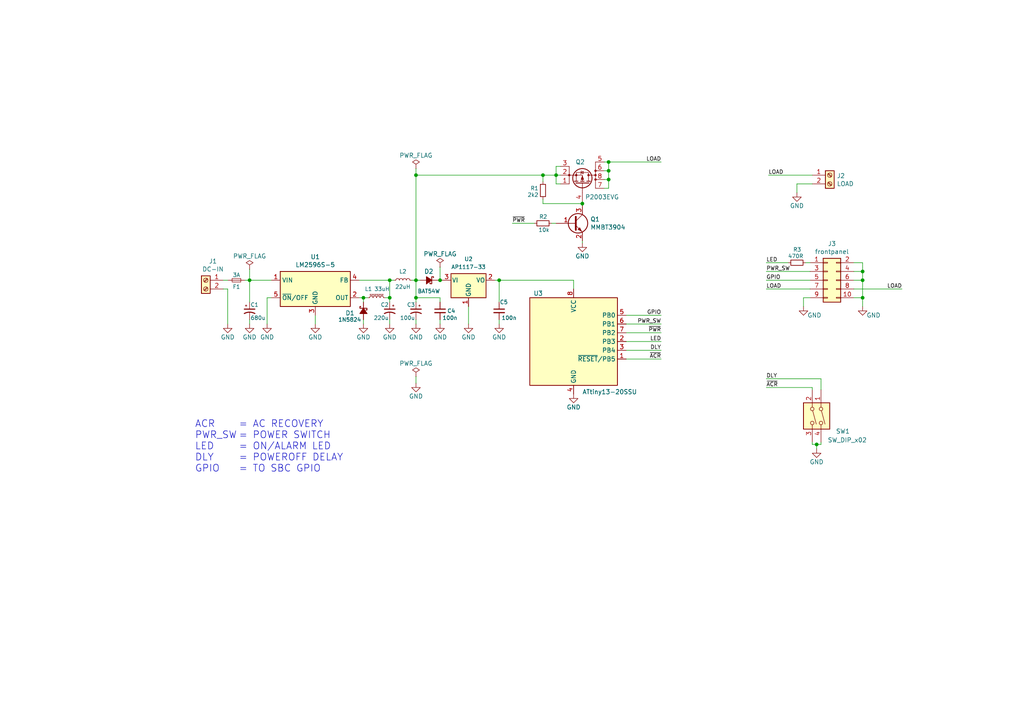
<source format=kicad_sch>
(kicad_sch (version 20211123) (generator eeschema)
  (paper "A4")
  (title_block (title "SMART-PSU") (date "2021-03-30") (rev "1.0") (company "Luc Hondareyte"))
  (lib_symbols
    (symbol "Connector:Screw_Terminal_01x02" (pin_names (offset 1.016) hide)
      (property "Reference" "J" (at 0 2.54 0))
      (property "Value" "Screw_Terminal_01x02" (at 0 -5.08 0))
      (symbol "Screw_Terminal_01x02_1_1"
        (rectangle (start -1.27 1.27) (end 1.27 -3.81) (stroke (width 0.254)) (fill (type background)))
        (circle (center 0 -2.54) (radius 0.635) (stroke (width 0.1524)))
        (polyline (pts (xy -0.5334 -2.2098) (xy 0.3302 -3.048)) (stroke (width 0.1524)))
        (polyline (pts (xy -0.5334 0.3302) (xy 0.3302 -0.508)) (stroke (width 0.1524)))
        (polyline (pts (xy -0.3556 -2.032) (xy 0.508 -2.8702)) (stroke (width 0.1524)))
        (polyline (pts (xy -0.3556 0.508) (xy 0.508 -0.3302)) (stroke (width 0.1524)))
        (circle (center 0 0) (radius 0.635) (stroke (width 0.1524)))
        (pin passive line (at -5.08 0 0) (length 3.81) (name "Pin_1") (number "1"))
        (pin passive line (at -5.08 -2.54 0) (length 3.81) (name "Pin_2") (number "2"))
      )
    )
    (symbol "Connector_Generic:Conn_02x05_Odd_Even" (pin_names (offset 1.016) hide)
      (property "Reference" "J" (at 1.27 7.62 0))
      (property "Value" "Conn_02x05_Odd_Even" (at 1.27 -7.62 0))
      (symbol "Conn_02x05_Odd_Even_1_1"
        (rectangle (start -1.27 -4.953) (end 0 -5.207) (stroke (width 0.1524)))
        (rectangle (start -1.27 -2.413) (end 0 -2.667) (stroke (width 0.1524)))
        (rectangle (start -1.27 0.127) (end 0 -0.127) (stroke (width 0.1524)))
        (rectangle (start -1.27 2.667) (end 0 2.413) (stroke (width 0.1524)))
        (rectangle (start -1.27 5.207) (end 0 4.953) (stroke (width 0.1524)))
        (rectangle (start -1.27 6.35) (end 3.81 -6.35) (stroke (width 0.254)) (fill (type background)))
        (rectangle (start 3.81 -4.953) (end 2.54 -5.207) (stroke (width 0.1524)))
        (rectangle (start 3.81 -2.413) (end 2.54 -2.667) (stroke (width 0.1524)))
        (rectangle (start 3.81 0.127) (end 2.54 -0.127) (stroke (width 0.1524)))
        (rectangle (start 3.81 2.667) (end 2.54 2.413) (stroke (width 0.1524)))
        (rectangle (start 3.81 5.207) (end 2.54 4.953) (stroke (width 0.1524)))
        (pin passive line (at -5.08 5.08 0) (length 3.81) (name "Pin_1") (number "1"))
        (pin passive line (at 7.62 -5.08 180) (length 3.81) (name "Pin_10") (number "10"))
        (pin passive line (at 7.62 5.08 180) (length 3.81) (name "Pin_2") (number "2"))
        (pin passive line (at -5.08 2.54 0) (length 3.81) (name "Pin_3") (number "3"))
        (pin passive line (at 7.62 2.54 180) (length 3.81) (name "Pin_4") (number "4"))
        (pin passive line (at -5.08 0 0) (length 3.81) (name "Pin_5") (number "5"))
        (pin passive line (at 7.62 0 180) (length 3.81) (name "Pin_6") (number "6"))
        (pin passive line (at -5.08 -2.54 0) (length 3.81) (name "Pin_7") (number "7"))
        (pin passive line (at 7.62 -2.54 180) (length 3.81) (name "Pin_8") (number "8"))
        (pin passive line (at -5.08 -5.08 0) (length 3.81) (name "Pin_9") (number "9"))
      )
    )
    (symbol "Device:C_Small" (pin_numbers hide) (pin_names (offset 0.254) hide)
      (property "Reference" "C" (at 0.254 1.778 0))
      (property "Value" "C_Small" (at 0.254 -2.032 0))
      (symbol "C_Small_0_1"
        (polyline (pts (xy -1.524 -0.508) (xy 1.524 -0.508)) (stroke (width 0.3302)))
        (polyline (pts (xy -1.524 0.508) (xy 1.524 0.508)) (stroke (width 0.3048)))
      )
      (symbol "C_Small_1_1"
        (pin passive line (at 0 2.54 270) (length 2.032) (name "~") (number "1"))
        (pin passive line (at 0 -2.54 90) (length 2.032) (name "~") (number "2"))
      )
    )
    (symbol "Device:Fuse_Small" (pin_numbers hide) (pin_names (offset 0.254) hide)
      (property "Reference" "F" (at 0 -1.524 0))
      (property "Value" "Fuse_Small" (at 0 1.524 0))
      (symbol "Fuse_Small_0_1"
        (rectangle (start -1.27 0.508) (end 1.27 -0.508))
        (polyline (pts (xy -1.27 0) (xy 1.27 0)))
      )
      (symbol "Fuse_Small_1_1"
        (pin passive line (at -2.54 0 0) (length 1.27) (name "~") (number "1"))
        (pin passive line (at 2.54 0 180) (length 1.27) (name "~") (number "2"))
      )
    )
    (symbol "Device:L_Small" (pin_numbers hide) (pin_names (offset 0.254) hide)
      (property "Reference" "L" (at 0.762 1.016 0))
      (property "Value" "L_Small" (at 0.762 -1.016 0))
      (symbol "L_Small_0_1"
        (arc (start 0 -2.032) (mid 0.508 -1.524) (end 0 -1.016))
        (arc (start 0 -1.016) (mid 0.508 -0.508) (end 0 0))
        (arc (start 0 0) (mid 0.508 0.508) (end 0 1.016))
        (arc (start 0 1.016) (mid 0.508 1.524) (end 0 2.032))
      )
      (symbol "L_Small_1_1"
        (pin passive line (at 0 2.54 270) (length 0.508) (name "~") (number "1"))
        (pin passive line (at 0 -2.54 90) (length 0.508) (name "~") (number "2"))
      )
    )
    (symbol "Device:R_Small" (pin_numbers hide) (pin_names (offset 0.254) hide)
      (property "Reference" "R" (at 0.762 0.508 0))
      (property "Value" "R_Small" (at 0.762 -1.016 0))
      (symbol "R_Small_0_1"
        (rectangle (start -0.762 1.778) (end 0.762 -1.778) (stroke (width 0.2032)))
      )
      (symbol "R_Small_1_1"
        (pin passive line (at 0 2.54 270) (length 0.762) (name "~") (number "1"))
        (pin passive line (at 0 -2.54 90) (length 0.762) (name "~") (number "2"))
      )
    )
    (symbol "Regulator_Linear:AP1117-33" (pin_names (offset 0.254))
      (property "Reference" "U" (at -3.81 3.175 0))
      (property "Value" "AP1117-33" (at 0 3.175 0))
      (symbol "AP1117-33_0_1"
        (rectangle (start -5.08 -5.08) (end 5.08 1.905) (stroke (width 0.254)) (fill (type background)))
      )
      (symbol "AP1117-33_1_1"
        (pin power_in line (at 0 -7.62 90) (length 2.54) (name "GND") (number "1"))
        (pin power_out line (at 7.62 0 180) (length 2.54) (name "VO") (number "2"))
        (pin power_in line (at -7.62 0 0) (length 2.54) (name "VI") (number "3"))
      )
    )
    (symbol "Regulator_Switching:LM2596S-5"
      (property "Reference" "U" (at -10.16 6.35 0))
      (property "Value" "LM2596S-5" (at 0 6.35 0))
      (symbol "LM2596S-5_0_1"
        (rectangle (start -10.16 5.08) (end 10.16 -5.08) (stroke (width 0.254)) (fill (type background)))
      )
      (symbol "LM2596S-5_1_1"
        (pin power_in line (at -12.7 2.54 0) (length 2.54) (name "VIN") (number "1"))
        (pin output line (at 12.7 -2.54 180) (length 2.54) (name "OUT") (number "2"))
        (pin power_in line (at 0 -7.62 90) (length 2.54) (name "GND") (number "3"))
        (pin input line (at 12.7 2.54 180) (length 2.54) (name "FB") (number "4"))
        (pin input line (at -12.7 -2.54 0) (length 2.54) (name "~{ON}/OFF") (number "5"))
      )
    )
    (symbol "Switch:SW_DIP_x02" (pin_names (offset 0) hide)
      (property "Reference" "SW" (at 0 6.35 0))
      (property "Value" "SW_DIP_x02" (at 0 -3.81 0))
      (symbol "SW_DIP_x02_0_0"
        (circle (center -2.032 0) (radius 0.508))
        (circle (center -2.032 2.54) (radius 0.508))
        (polyline (pts (xy -1.524 0.127) (xy 2.3622 1.1684)))
        (polyline (pts (xy -1.524 2.667) (xy 2.3622 3.7084)))
        (circle (center 2.032 0) (radius 0.508))
        (circle (center 2.032 2.54) (radius 0.508))
      )
      (symbol "SW_DIP_x02_0_1"
        (rectangle (start -3.81 5.08) (end 3.81 -2.54) (stroke (width 0.254)) (fill (type background)))
      )
      (symbol "SW_DIP_x02_1_1"
        (pin passive line (at -7.62 2.54 0) (length 5.08) (name "~") (number "1"))
        (pin passive line (at -7.62 0 0) (length 5.08) (name "~") (number "2"))
        (pin passive line (at 7.62 0 180) (length 5.08) (name "~") (number "3"))
        (pin passive line (at 7.62 2.54 180) (length 5.08) (name "~") (number "4"))
      )
    )
    (symbol "Transistor_BJT:MMBT3904" (pin_names (offset 0) hide)
      (property "Reference" "Q" (at 5.08 1.905 0))
      (property "Value" "MMBT3904" (at 5.08 0 0))
      (symbol "MMBT3904_0_1"
        (polyline (pts (xy 0.635 0.635) (xy 2.54 2.54)))
        (polyline (pts (xy 0.635 -0.635) (xy 2.54 -2.54) (xy 2.54 -2.54)))
        (polyline (pts (xy 0.635 1.905) (xy 0.635 -1.905) (xy 0.635 -1.905)) (stroke (width 0.508)))
        (polyline (pts (xy 1.27 -1.778) (xy 1.778 -1.27) (xy 2.286 -2.286) (xy 1.27 -1.778) (xy 1.27 -1.778)) (fill (type outline)))
        (circle (center 1.27 0) (radius 2.8194) (stroke (width 0.254)))
      )
      (symbol "MMBT3904_1_1"
        (pin input line (at -5.08 0 0) (length 5.715) (name "B") (number "1"))
        (pin passive line (at 2.54 -5.08 90) (length 2.54) (name "E") (number "2"))
        (pin passive line (at 2.54 5.08 270) (length 2.54) (name "C") (number "3"))
      )
    )
    (symbol "power:GND" (power) (pin_names (offset 0))
      (property "Value" "GND" (at 0 -3.81 0))
      (symbol "GND_0_1"
        (polyline (pts (xy 0 0) (xy 0 -1.27) (xy 1.27 -1.27) (xy 0 -2.54) (xy -1.27 -1.27) (xy 0 -1.27)))
      )
      (symbol "GND_1_1"
        (pin power_in line (at 0 0 270) (length 0) hide (name "GND") (number "1"))
      )
    )
    (symbol "power:PWR_FLAG" (power) (pin_numbers hide) (pin_names (offset 0) hide)
      (property "Value" "PWR_FLAG" (at 0 3.81 0))
      (symbol "PWR_FLAG_0_0"
        (pin power_out line (at 0 0 90) (length 0) (name "pwr") (number "1"))
      )
      (symbol "PWR_FLAG_0_1"
        (polyline (pts (xy 0 0) (xy 0 1.27) (xy -1.016 1.905) (xy 0 2.54) (xy 1.016 1.905) (xy 0 1.27)))
      )
    )
    (symbol "smart-psu-rescue:ATtiny13-20SSU-MCU_Microchip_ATtiny"
      (property "Reference" "U" (at -12.7 13.97 0))
      (property "Value" "ATtiny13-20SSU-MCU_Microchip_ATtiny" (at 2.54 -13.97 0))
      (symbol "ATtiny13-20SSU-MCU_Microchip_ATtiny_0_1"
        (rectangle (start -12.7 -12.7) (end 12.7 12.7) (stroke (width 0.254)) (fill (type background)))
      )
      (symbol "ATtiny13-20SSU-MCU_Microchip_ATtiny_1_1"
        (pin bidirectional line (at 15.24 -5.08 180) (length 2.54) (name "~{RESET}/PB5") (number "1"))
        (pin bidirectional line (at 15.24 0 180) (length 2.54) (name "PB3") (number "2"))
        (pin bidirectional line (at 15.24 -2.54 180) (length 2.54) (name "PB4") (number "3"))
        (pin power_in line (at 0 -15.24 90) (length 2.54) (name "GND") (number "4"))
        (pin bidirectional line (at 15.24 7.62 180) (length 2.54) (name "PB0") (number "5"))
        (pin bidirectional line (at 15.24 5.08 180) (length 2.54) (name "PB1") (number "6"))
        (pin bidirectional line (at 15.24 2.54 180) (length 2.54) (name "PB2") (number "7"))
        (pin power_in line (at 0 15.24 270) (length 2.54) (name "VCC") (number "8"))
      )
    )
    (symbol "smart-psu-rescue:CP1_Small-Device" (pin_numbers hide) (pin_names (offset 0.254) hide)
      (property "Reference" "C" (at 0.254 1.778 0))
      (property "Value" "CP1_Small-Device" (at 0.254 -2.032 0))
      (symbol "CP1_Small-Device_0_1"
        (polyline (pts (xy -1.524 0.508) (xy 1.524 0.508)) (stroke (width 0.3048)))
        (polyline (pts (xy -1.27 1.524) (xy -0.762 1.524)))
        (polyline (pts (xy -1.016 1.27) (xy -1.016 1.778)))
        (arc (start 1.524 -0.762) (mid 0 -0.3734) (end -1.524 -0.762) (stroke (width 0.3048)))
      )
      (symbol "CP1_Small-Device_1_1"
        (pin passive line (at 0 2.54 270) (length 2.032) (name "~") (number "1"))
        (pin passive line (at 0 -2.54 90) (length 2.032) (name "~") (number "2"))
      )
    )
    (symbol "smart-psu-rescue:D_Schottky_Small_ALT-Device" (pin_numbers hide) (pin_names (offset 0.254) hide)
      (property "Reference" "D" (at -1.27 2.032 0))
      (property "Value" "D_Schottky_Small_ALT-Device" (at -7.112 -2.032 0))
      (symbol "D_Schottky_Small_ALT-Device_0_1"
        (polyline (pts (xy -0.762 0) (xy 0.762 0)))
        (polyline (pts (xy 0.762 -1.016) (xy -0.762 0) (xy 0.762 1.016) (xy 0.762 -1.016)) (stroke (width 0.254)) (fill (type outline)))
        (polyline (pts (xy -1.27 0.762) (xy -1.27 1.016) (xy -0.762 1.016) (xy -0.762 -1.016) (xy -0.254 -1.016) (xy -0.254 -0.762)) (stroke (width 0.254)))
      )
      (symbol "D_Schottky_Small_ALT-Device_1_1"
        (pin passive line (at -2.54 0 0) (length 1.778) (name "K") (number "1"))
        (pin passive line (at 2.54 0 180) (length 1.778) (name "A") (number "2"))
      )
    )
    (symbol "smart-psu-rescue:L_Core_Ferrite_Small-Device" (pin_numbers hide) (pin_names (offset 0.254) hide)
      (property "Reference" "L" (at 1.27 1.016 0))
      (property "Value" "L_Core_Ferrite_Small-Device" (at 1.27 -1.27 0))
      (symbol "L_Core_Ferrite_Small-Device_0_1"
        (arc (start 0 -2.032) (mid 0.508 -1.524) (end 0 -1.016))
        (arc (start 0 -1.016) (mid 0.508 -0.508) (end 0 0))
        (polyline (pts (xy 0.762 -1.905) (xy 0.762 -1.651)))
        (polyline (pts (xy 0.762 -1.397) (xy 0.762 -1.143)))
        (polyline (pts (xy 0.762 -0.889) (xy 0.762 -0.635)))
        (polyline (pts (xy 0.762 -0.381) (xy 0.762 -0.127)))
        (polyline (pts (xy 0.762 0.127) (xy 0.762 0.381)))
        (polyline (pts (xy 0.762 0.635) (xy 0.762 0.889)))
        (polyline (pts (xy 0.762 1.143) (xy 0.762 1.397)))
        (polyline (pts (xy 0.762 1.651) (xy 0.762 1.905)))
        (polyline (pts (xy 1.016 -1.651) (xy 1.016 -1.905)))
        (polyline (pts (xy 1.016 -1.143) (xy 1.016 -1.397)))
        (polyline (pts (xy 1.016 -0.635) (xy 1.016 -0.889)))
        (polyline (pts (xy 1.016 -0.127) (xy 1.016 -0.381)))
        (polyline (pts (xy 1.016 0.381) (xy 1.016 0.127)))
        (polyline (pts (xy 1.016 0.889) (xy 1.016 0.635)))
        (polyline (pts (xy 1.016 1.397) (xy 1.016 1.143)))
        (polyline (pts (xy 1.016 1.905) (xy 1.016 1.651)))
        (arc (start 0 0) (mid 0.508 0.508) (end 0 1.016))
        (arc (start 0 1.016) (mid 0.508 1.524) (end 0 2.032))
      )
      (symbol "L_Core_Ferrite_Small-Device_1_1"
        (pin passive line (at 0 2.54 270) (length 0.508) (name "~") (number "1"))
        (pin passive line (at 0 -2.54 90) (length 0.508) (name "~") (number "2"))
      )
    )
    (symbol "smart-psu-rescue:P2003EVG-Transistor_FET" (pin_names hide)
      (property "Reference" "Q" (at 5.08 1.905 0))
      (property "Value" "P2003EVG-Transistor_FET" (at 5.08 0 0))
      (symbol "P2003EVG-Transistor_FET_0_1"
        (rectangle (start -1.27 3.81) (end 1.27 3.81))
        (rectangle (start 0 -3.81) (end 2.54 -3.81))
        (polyline (pts (xy 0.254 0) (xy -2.54 0)))
        (polyline (pts (xy 0.254 1.905) (xy 0.254 -1.905)) (stroke (width 0.254)))
        (polyline (pts (xy 0.762 -1.27) (xy 0.762 -2.286)) (stroke (width 0.254)))
        (polyline (pts (xy 0.762 0.508) (xy 0.762 -0.508)) (stroke (width 0.254)))
        (polyline (pts (xy 0.762 2.286) (xy 0.762 1.27)) (stroke (width 0.254)))
        (polyline (pts (xy 2.54 2.54) (xy 2.54 1.778)))
        (polyline (pts (xy 2.54 -2.54) (xy 2.54 0) (xy 0.762 0)))
        (polyline (pts (xy 0.762 1.778) (xy 3.302 1.778) (xy 3.302 -1.778) (xy 0.762 -1.778)))
        (polyline (pts (xy 2.286 0) (xy 1.27 0.381) (xy 1.27 -0.381) (xy 2.286 0)) (fill (type outline)))
        (polyline (pts (xy 2.794 -0.508) (xy 2.921 -0.381) (xy 3.683 -0.381) (xy 3.81 -0.254)))
        (polyline (pts (xy 3.302 -0.381) (xy 2.921 0.254) (xy 3.683 0.254) (xy 3.302 -0.381)))
        (circle (center 1.27 3.81) (radius 0.254) (fill (type outline)))
        (rectangle (start 1.27 3.81) (end 3.81 3.81))
        (circle (center 1.651 0) (radius 2.794) (stroke (width 0.254)))
        (circle (center 2.54 -3.81) (radius 0.254) (fill (type outline)))
        (rectangle (start 2.54 -3.81) (end 5.08 -3.81))
        (rectangle (start 2.54 -2.54) (end 2.54 -3.81))
        (circle (center 2.54 -1.778) (radius 0.254) (fill (type outline)))
        (circle (center 2.54 1.778) (radius 0.254) (fill (type outline)))
        (rectangle (start 2.54 3.81) (end 2.54 2.54))
        (circle (center 2.54 3.81) (radius 0.254) (fill (type outline)))
        (circle (center 3.81 3.81) (radius 0.254) (fill (type outline)))
        (rectangle (start 3.81 3.81) (end 6.35 3.81))
      )
      (symbol "P2003EVG-Transistor_FET_1_1"
        (pin passive line (at 0 -6.35 90) (length 2.54) (name "S") (number "1"))
        (pin passive line (at 2.54 -6.35 90) (length 2.54) (name "S") (number "2"))
        (pin passive line (at 5.08 -6.35 90) (length 2.54) (name "S") (number "3"))
        (pin input line (at -5.08 0 0) (length 2.54) (name "G") (number "4"))
        (pin passive line (at 6.35 6.35 270) (length 2.54) (name "D") (number "5"))
        (pin passive line (at 3.81 6.35 270) (length 2.54) (name "D") (number "6"))
        (pin passive line (at -1.27 6.35 270) (length 2.54) (name "D") (number "7"))
        (pin passive line (at 1.27 6.35 270) (length 2.54) (name "D") (number "8"))
      )
    )
  )
  (junction (at 113.03 81.28))
  (junction (at 127.635 81.28))
  (junction (at 176.53 52.07))
  (junction (at 157.48 50.8))
  (junction (at 72.39 81.28))
  (junction (at 250.19 81.28))
  (junction (at 120.65 50.8))
  (junction (at 236.855 128.905))
  (junction (at 168.91 59.055))
  (junction (at 176.53 49.53))
  (junction (at 120.65 86.36))
  (junction (at 161.29 50.8))
  (junction (at 120.65 81.28))
  (junction (at 105.41 86.36))
  (junction (at 176.53 46.99))
  (junction (at 250.19 86.36))
  (junction (at 144.78 81.28))
  (junction (at 250.19 78.74))
  (junction (at 113.03 86.36))
  (wire (pts (xy 166.37 81.28) (xy 166.37 83.82)))
  (wire (pts (xy 144.78 81.28) (xy 166.37 81.28)))
  (wire (pts (xy 181.61 99.06) (xy 191.77 99.06)))
  (wire (pts (xy 148.59 64.77) (xy 154.94 64.77)))
  (wire (pts (xy 250.19 76.2) (xy 250.19 78.74)))
  (wire (pts (xy 104.14 81.28) (xy 113.03 81.28)))
  (wire (pts (xy 176.53 52.07) (xy 176.53 54.61)))
  (wire (pts (xy 72.39 81.28) (xy 78.74 81.28)))
  (wire (pts (xy 120.65 86.36) (xy 120.65 87.63)))
  (wire (pts (xy 91.44 91.44) (xy 91.44 93.98)))
  (wire (pts (xy 105.41 93.98) (xy 105.41 92.71)))
  (wire (pts (xy 119.38 81.28) (xy 120.65 81.28)))
  (wire (pts (xy 235.585 128.905) (xy 236.855 128.905)))
  (wire (pts (xy 236.855 130.175) (xy 236.855 128.905)))
  (wire (pts (xy 135.89 93.98) (xy 135.89 88.9)))
  (wire (pts (xy 250.19 78.74) (xy 250.19 81.28)))
  (wire (pts (xy 176.53 54.61) (xy 175.26 54.61)))
  (wire (pts (xy 72.39 78.105) (xy 72.39 81.28)))
  (wire (pts (xy 161.29 50.8) (xy 161.29 53.34)))
  (wire (pts (xy 235.585 112.395) (xy 235.585 113.03)))
  (wire (pts (xy 66.04 83.82) (xy 66.04 93.98)))
  (wire (pts (xy 222.885 50.8) (xy 235.585 50.8)))
  (wire (pts (xy 157.48 57.785) (xy 157.48 59.055)))
  (wire (pts (xy 72.39 81.28) (xy 72.39 87.63)))
  (wire (pts (xy 120.65 92.71) (xy 120.65 93.98)))
  (wire (pts (xy 247.65 86.36) (xy 250.19 86.36)))
  (wire (pts (xy 235.585 53.34) (xy 231.14 53.34)))
  (wire (pts (xy 233.68 76.2) (xy 234.95 76.2)))
  (wire (pts (xy 175.26 52.07) (xy 176.53 52.07)))
  (wire (pts (xy 120.65 81.28) (xy 120.65 86.36)))
  (wire (pts (xy 222.25 109.855) (xy 238.125 109.855)))
  (wire (pts (xy 247.65 83.82) (xy 261.62 83.82)))
  (wire (pts (xy 168.91 58.42) (xy 168.91 59.055)))
  (wire (pts (xy 162.56 48.26) (xy 161.29 48.26)))
  (wire (pts (xy 105.41 86.36) (xy 106.68 86.36)))
  (wire (pts (xy 113.03 81.28) (xy 113.03 86.36)))
  (wire (pts (xy 176.53 49.53) (xy 176.53 52.07)))
  (wire (pts (xy 161.29 48.26) (xy 161.29 50.8)))
  (wire (pts (xy 181.61 96.52) (xy 191.77 96.52)))
  (wire (pts (xy 120.65 109.22) (xy 120.65 111.125)))
  (wire (pts (xy 72.39 92.71) (xy 72.39 93.98)))
  (wire (pts (xy 71.12 81.28) (xy 72.39 81.28)))
  (wire (pts (xy 236.855 128.905) (xy 238.125 128.905)))
  (wire (pts (xy 168.91 59.055) (xy 168.91 59.69)))
  (wire (pts (xy 176.53 46.99) (xy 176.53 49.53)))
  (wire (pts (xy 144.78 93.98) (xy 144.78 92.71)))
  (wire (pts (xy 113.03 93.98) (xy 113.03 92.71)))
  (wire (pts (xy 157.48 59.055) (xy 168.91 59.055)))
  (wire (pts (xy 77.47 93.98) (xy 77.47 86.36)))
  (wire (pts (xy 181.61 91.44) (xy 191.77 91.44)))
  (wire (pts (xy 222.25 112.395) (xy 235.585 112.395)))
  (wire (pts (xy 175.26 46.99) (xy 176.53 46.99)))
  (wire (pts (xy 105.41 87.63) (xy 105.41 86.36)))
  (wire (pts (xy 181.61 104.14) (xy 191.77 104.14)))
  (wire (pts (xy 127.635 92.71) (xy 127.635 93.98)))
  (wire (pts (xy 157.48 50.8) (xy 157.48 52.705)))
  (wire (pts (xy 121.92 81.28) (xy 120.65 81.28)))
  (wire (pts (xy 161.29 50.8) (xy 162.56 50.8)))
  (wire (pts (xy 247.65 78.74) (xy 250.19 78.74)))
  (wire (pts (xy 64.77 81.28) (xy 66.04 81.28)))
  (wire (pts (xy 113.03 86.36) (xy 111.76 86.36)))
  (wire (pts (xy 222.25 81.28) (xy 234.95 81.28)))
  (wire (pts (xy 233.045 86.36) (xy 234.95 86.36)))
  (wire (pts (xy 235.585 128.27) (xy 235.585 128.905)))
  (wire (pts (xy 120.65 81.28) (xy 120.65 50.8)))
  (wire (pts (xy 160.02 64.77) (xy 161.29 64.77)))
  (wire (pts (xy 127.635 86.36) (xy 127.635 87.63)))
  (wire (pts (xy 113.03 81.28) (xy 114.3 81.28)))
  (wire (pts (xy 77.47 86.36) (xy 78.74 86.36)))
  (wire (pts (xy 120.65 86.36) (xy 127.635 86.36)))
  (wire (pts (xy 157.48 50.8) (xy 161.29 50.8)))
  (wire (pts (xy 168.91 69.85) (xy 168.91 70.485)))
  (wire (pts (xy 113.03 86.36) (xy 113.03 87.63)))
  (wire (pts (xy 127.635 77.47) (xy 127.635 81.28)))
  (wire (pts (xy 144.78 87.63) (xy 144.78 81.28)))
  (wire (pts (xy 247.65 81.28) (xy 250.19 81.28)))
  (wire (pts (xy 181.61 93.98) (xy 191.77 93.98)))
  (wire (pts (xy 222.25 78.74) (xy 234.95 78.74)))
  (wire (pts (xy 143.51 81.28) (xy 144.78 81.28)))
  (wire (pts (xy 64.77 83.82) (xy 66.04 83.82)))
  (wire (pts (xy 127 81.28) (xy 127.635 81.28)))
  (wire (pts (xy 120.65 48.895) (xy 120.65 50.8)))
  (wire (pts (xy 238.125 128.905) (xy 238.125 128.27)))
  (wire (pts (xy 161.29 53.34) (xy 162.56 53.34)))
  (wire (pts (xy 104.14 86.36) (xy 105.41 86.36)))
  (wire (pts (xy 175.26 49.53) (xy 176.53 49.53)))
  (wire (pts (xy 191.77 101.6) (xy 181.61 101.6)))
  (wire (pts (xy 176.53 46.99) (xy 191.77 46.99)))
  (wire (pts (xy 250.19 86.36) (xy 250.19 88.9)))
  (wire (pts (xy 247.65 76.2) (xy 250.19 76.2)))
  (wire (pts (xy 250.19 81.28) (xy 250.19 86.36)))
  (wire (pts (xy 233.045 88.9) (xy 233.045 86.36)))
  (wire (pts (xy 120.65 50.8) (xy 157.48 50.8)))
  (wire (pts (xy 231.14 55.88) (xy 231.14 53.34)))
  (wire (pts (xy 127.635 81.28) (xy 128.27 81.28)))
  (wire (pts (xy 238.125 109.855) (xy 238.125 113.03)))
  (wire (pts (xy 222.25 83.82) (xy 234.95 83.82)))
  (wire (pts (xy 222.25 76.2) (xy 228.6 76.2)))
  (text "ACR \nPWR_SW \nLED \nDLY\nGPIO" (at 56.515 137.16 0) (effects (font (size 2.0066 2.0066)) (justify left bottom)))
  (text "= AC RECOVERY\n= POWER SWITCH\n= ON/ALARM LED\n= POWEROFF DELAY\n= TO SBC GPIO" (at 69.215 137.16 0) (effects (font (size 2.0066 2.0066)) (justify left bottom)))
  (label "LOAD" (at 222.25 83.82 0) (effects (font (size 1.1176 1.1176))))
  (label "~{PWR}" (at 191.77 96.52 180) (effects (font (size 1.1176 1.1176))))
  (label "PWR_SW" (at 222.25 78.74 0) (effects (font (size 1.1176 1.1176))))
  (label "GPIO" (at 222.25 81.28 0) (effects (font (size 1.1176 1.1176))))
  (label "DLY" (at 191.77 101.6 180) (effects (font (size 1.1176 1.1176))))
  (label "GPIO" (at 191.77 91.44 180) (effects (font (size 1.1176 1.1176))))
  (label "LED" (at 222.25 76.2 0) (effects (font (size 1.1176 1.1176))))
  (label "~{ACR}" (at 222.25 112.395 0) (effects (font (size 1.1176 1.1176))))
  (label "PWR_SW" (at 191.77 93.98 180) (effects (font (size 1.1176 1.1176))))
  (label "LOAD" (at 191.77 46.99 180) (effects (font (size 1.1176 1.1176))))
  (label "LED" (at 191.77 99.06 180) (effects (font (size 1.1176 1.1176))))
  (label "~{ACR}" (at 191.77 104.14 180) (effects (font (size 1.1176 1.1176))))
  (label "DLY" (at 222.25 109.855 0) (effects (font (size 1.1176 1.1176))))
  (label "~{PWR}" (at 148.59 64.77 0) (effects (font (size 1.1176 1.1176))))
  (label "LOAD" (at 222.885 50.8 0) (effects (font (size 1.1176 1.1176))))
  (label "LOAD" (at 261.62 83.82 180) (effects (font (size 1.1176 1.1176))))
  (symbol (lib_id "Device:Fuse_Small") (at 68.58 81.28 0) (unit 1)
    (property "Reference" "F1" (at 68.58 83.185 0) (effects (font (size 1.1176 1.1176))))
    (property "Value" "3A" (at 68.58 79.756 0) (effects (font (size 1.1176 1.1176))))
    (property "Footprint" "Fuse:Fuse_1206_3216Metric_Pad1.42x1.75mm_HandSolder" (effects hide))
  )
  (symbol (lib_id "Device:R_Small") (at 231.14 76.2 90) (mirror x) (unit 1)
    (property "Reference" "R3" (at 232.41 72.39 90) (effects (font (size 1.1176 1.1176)) (justify left)))
    (property "Value" "470R" (at 233.045 74.295 90) (effects (font (size 1.1176 1.1176)) (justify left)))
    (property "Footprint" "Resistor_SMD:R_1206_3216Metric_Pad1.30x1.75mm_HandSolder" (effects hide))
  )
  (symbol (lib_id "Device:R_Small") (at 157.48 55.245 180) (unit 1)
    (property "Reference" "R1" (at 156.21 54.61 0) (effects (font (size 1.1176 1.1176)) (justify left)))
    (property "Value" "2k2" (at 156.21 56.515 0) (effects (font (size 1.1176 1.1176)) (justify left)))
    (property "Footprint" "Resistor_SMD:R_1206_3216Metric_Pad1.30x1.75mm_HandSolder" (effects hide))
  )
  (symbol (lib_id "power:GND") (at 168.91 70.485 0) (unit 1)
    (property "Reference" "#PWR012" (effects hide))
    (property "Value" "GND" (at 168.91 74.295 0))
  )
  (symbol (lib_id "power:GND") (at 236.855 130.175 0) (unit 1)
    (property "Reference" "#PWR015" (effects hide))
    (property "Value" "GND" (at 236.855 133.985 0))
  )
  (symbol (lib_id "Device:C_Small") (at 144.78 90.17 0) (mirror y) (unit 1)
    (property "Reference" "C5" (at 147.32 87.63 0) (effects (font (size 1.1176 1.1176)) (justify left)))
    (property "Value" "100n" (at 149.86 92.202 0) (effects (font (size 1.1176 1.1176)) (justify left)))
    (property "Footprint" "Capacitor_SMD:C_1206_3216Metric_Pad1.33x1.80mm_HandSolder" (effects hide))
  )
  (symbol (lib_id "power:GND") (at 120.65 93.98 0) (unit 1)
    (property "Reference" "#PWR07" (effects hide))
    (property "Value" "GND" (at 120.65 97.79 0))
  )
  (symbol (lib_id "power:GND") (at 77.47 93.98 0) (unit 1)
    (property "Reference" "#PWR03" (effects hide))
    (property "Value" "GND" (at 77.47 97.79 0))
  )
  (symbol (lib_id "power:GND") (at 91.44 93.98 0) (unit 1)
    (property "Reference" "#PWR04" (effects hide))
    (property "Value" "GND" (at 91.44 97.79 0))
  )
  (symbol (lib_id "smart-psu-rescue:L_Core_Ferrite_Small-Device") (at 109.22 86.36 90) (unit 1)
    (property "Reference" "L1" (at 107.95 83.82 90) (effects (font (size 1.1176 1.1176)) (justify left)))
    (property "Value" "33uH" (at 113.03 83.82 90) (effects (font (size 1.1176 1.1176)) (justify left)))
    (property "Footprint" "Inductor_THT:L_Toroid_Vertical_L21.6mm_W11.4mm_P7.62mm_Pulse_KM-3" (effects hide))
  )
  (symbol (lib_id "power:GND") (at 105.41 93.98 0) (unit 1)
    (property "Reference" "#PWR05" (effects hide))
    (property "Value" "GND" (at 105.41 97.79 0))
  )
  (symbol (lib_id "smart-psu-rescue:CP1_Small-Device") (at 113.03 90.17 0) (mirror y) (unit 1)
    (property "Reference" "C2" (at 112.776 88.392 0) (effects (font (size 1.1176 1.1176)) (justify left)))
    (property "Value" "220u" (at 112.776 92.202 0) (effects (font (size 1.1176 1.1176)) (justify left)))
    (property "Footprint" "Capacitor_THT:CP_Radial_D8.0mm_P2.50mm" (effects hide))
  )
  (symbol (lib_id "power:GND") (at 113.03 93.98 0) (unit 1)
    (property "Reference" "#PWR06" (effects hide))
    (property "Value" "GND" (at 113.03 97.79 0))
  )
  (symbol (lib_id "smart-psu-rescue:CP1_Small-Device") (at 72.39 90.17 0) (unit 1)
    (property "Reference" "C1" (at 72.644 88.392 0) (effects (font (size 1.1176 1.1176)) (justify left)))
    (property "Value" "680u" (at 72.644 92.202 0) (effects (font (size 1.1176 1.1176)) (justify left)))
    (property "Footprint" "Capacitor_THT:C_Radial_D10.0mm_H20.0mm_P5.00mm" (effects hide))
  )
  (symbol (lib_id "power:GND") (at 72.39 93.98 0) (unit 1)
    (property "Reference" "#PWR02" (effects hide))
    (property "Value" "GND" (at 72.39 97.79 0))
  )
  (symbol (lib_id "power:GND") (at 66.04 93.98 0) (unit 1)
    (property "Reference" "#PWR01" (effects hide))
    (property "Value" "GND" (at 66.04 97.79 0))
  )
  (symbol (lib_id "power:GND") (at 144.78 93.98 0) (unit 1)
    (property "Reference" "#PWR010" (effects hide))
    (property "Value" "GND" (at 144.78 97.79 0))
  )
  (symbol (lib_id "power:GND") (at 135.89 93.98 0) (unit 1)
    (property "Reference" "#PWR09" (effects hide))
    (property "Value" "GND" (at 135.89 97.79 0))
  )
  (symbol (lib_id "smart-psu-rescue:CP1_Small-Device") (at 120.65 90.17 0) (mirror y) (unit 1)
    (property "Reference" "C3" (at 120.396 88.392 0) (effects (font (size 1.1176 1.1176)) (justify left)))
    (property "Value" "100u" (at 120.396 92.202 0) (effects (font (size 1.1176 1.1176)) (justify left)))
    (property "Footprint" "Capacitor_THT:CP_Radial_D5.0mm_P2.50mm" (effects hide))
  )
  (symbol (lib_id "Device:R_Small") (at 157.48 64.77 90) (unit 1)
    (property "Reference" "R2" (at 158.75 62.865 90) (effects (font (size 1.1176 1.1176)) (justify left)))
    (property "Value" "10k" (at 159.385 66.675 90) (effects (font (size 1.1176 1.1176)) (justify left)))
    (property "Footprint" "Resistor_SMD:R_1206_3216Metric_Pad1.30x1.75mm_HandSolder" (effects hide))
  )
  (symbol (lib_id "Regulator_Linear:AP1117-33") (at 135.89 81.28 0) (unit 1)
    (property "Reference" "U2" (at 135.89 75.1332 0) (effects (font (size 1.1176 1.1176))))
    (property "Value" "AP1117-33" (at 135.89 77.4446 0) (effects (font (size 1.1176 1.1176))))
    (property "Footprint" "Package_TO_SOT_SMD:SOT-223-3_TabPin2" (effects hide))
    (property "Datasheet" "http://www.diodes.com/datasheets/AP1117.pdf" (effects hide))
  )
  (symbol (lib_id "Regulator_Switching:LM2596S-5") (at 91.44 83.82 0) (unit 1)
    (property "Reference" "U1" (at 91.44 74.4982 0))
    (property "Value" "LM2596S-5" (at 91.44 76.8096 0))
    (property "Footprint" "Package_TO_SOT_SMD:TO-263-5_TabPin3" (effects hide))
    (property "Datasheet" "http://www.ti.com/lit/ds/symlink/lm2596.pdf" (effects hide))
  )
  (symbol (lib_id "power:GND") (at 166.37 114.3 0) (unit 1)
    (property "Reference" "#PWR011" (effects hide))
    (property "Value" "GND" (at 166.37 118.11 0))
  )
  (symbol (lib_id "Switch:SW_DIP_x02") (at 235.585 120.65 270) (unit 1)
    (property "Reference" "SW1" (at 244.475 125.095 90))
    (property "Value" "SW_DIP_x02" (at 245.745 127.635 90))
    (property "Footprint" "Button_Switch_THT:SW_DIP_SPSTx02_Slide_9.78x7.26mm_W7.62mm_P2.54mm" (effects hide))
  )
  (symbol (lib_id "power:PWR_FLAG") (at 120.65 48.895 0) (unit 1)
    (property "Reference" "#FLG02" (effects hide))
    (property "Value" "PWR_FLAG" (at 120.65 45.085 0))
  )
  (symbol (lib_id "power:PWR_FLAG") (at 72.39 78.105 0) (unit 1)
    (property "Reference" "#FLG01" (effects hide))
    (property "Value" "PWR_FLAG" (at 72.39 74.295 0))
  )
  (symbol (lib_id "power:GND") (at 233.045 88.9 0) (unit 1)
    (property "Reference" "#PWR014" (effects hide))
    (property "Value" "GND" (at 236.22 91.44 0))
  )
  (symbol (lib_id "smart-psu-rescue:P2003EVG-Transistor_FET") (at 168.91 53.34 270) (mirror x) (unit 1)
    (property "Reference" "Q2" (at 168.275 46.99 90))
    (property "Value" "P2003EVG" (at 174.625 57.15 90))
    (property "Footprint" "Package_SO:SOIC-8_3.9x4.9mm_P1.27mm" (effects hide))
    (property "Datasheet" "http://www.vishay.com/docs/70209/70209.pdf" (effects hide))
  )
  (symbol (lib_id "Connector:Screw_Terminal_01x02") (at 59.69 81.28 0) (mirror y) (unit 1)
    (property "Reference" "J1" (at 61.7728 75.7682 0))
    (property "Value" "DC-IN" (at 61.7728 78.0796 0))
    (property "Footprint" "TerminalBlock_MetzConnect:TerminalBlock_MetzConnect_Type055_RT01502HDWU_1x02_P5.00mm_Horizontal" (effects hide))
  )
  (symbol (lib_id "Transistor_BJT:MMBT3904") (at 166.37 64.77 0) (unit 1)
    (property "Reference" "Q1" (at 171.2214 63.6016 0) (effects (justify left)))
    (property "Value" "MMBT3904" (at 171.2214 65.913 0) (effects (justify left)))
    (property "Footprint" "Package_TO_SOT_SMD:SOT-23" (effects hide))
    (property "Datasheet" "https://www.onsemi.com/pub/Collateral/2N3903-D.PDF" (effects hide))
  )
  (symbol (lib_id "Connector:Screw_Terminal_01x02") (at 240.665 50.8 0) (unit 1)
    (property "Reference" "J2" (at 242.697 51.0032 0) (effects (justify left)))
    (property "Value" "LOAD" (at 242.697 53.3146 0) (effects (justify left)))
    (property "Footprint" "TerminalBlock_MetzConnect:TerminalBlock_MetzConnect_Type055_RT01502HDWU_1x02_P5.00mm_Horizontal" (effects hide))
  )
  (symbol (lib_id "power:GND") (at 231.14 55.88 0) (unit 1)
    (property "Reference" "#PWR013" (effects hide))
    (property "Value" "GND" (at 231.14 59.69 0))
  )
  (symbol (lib_id "smart-psu-rescue:ATtiny13-20SSU-MCU_Microchip_ATtiny") (at 166.37 99.06 0) (unit 1)
    (property "Reference" "U3" (at 157.48 85.09 0) (effects (justify right)))
    (property "Value" "ATtiny13-20SSU" (at 184.785 113.665 0) (effects (justify right)))
    (property "Footprint" "Package_SO:SOIC-8_3.9x4.9mm_P1.27mm" (effects hide))
    (property "Datasheet" "http://ww1.microchip.com/downloads/en/DeviceDoc/doc2535.pdf" (effects hide))
  )
  (symbol (lib_id "smart-psu-rescue:D_Schottky_Small_ALT-Device") (at 105.41 90.17 90) (mirror x) (unit 1)
    (property "Reference" "D1" (at 102.87 90.805 90) (effects (justify left)))
    (property "Value" "1N5824" (at 104.775 92.71 90) (effects (font (size 1.1176 1.1176)) (justify left)))
    (property "Footprint" "Diode_THT:D_A-405_P12.70mm_Horizontal" (effects hide))
  )
  (symbol (lib_id "smart-psu-rescue:D_Schottky_Small_ALT-Device") (at 124.46 81.28 0) (mirror y) (unit 1)
    (property "Reference" "D2" (at 125.73 78.74 0) (effects (justify left)))
    (property "Value" "BAT54W" (at 127.635 84.455 0) (effects (font (size 1.1176 1.1176)) (justify left)))
    (property "Footprint" "Diode_SMD:D_1206_3216Metric_Pad1.42x1.75mm_HandSolder" (effects hide))
  )
  (symbol (lib_id "Device:L_Small") (at 116.84 81.28 270) (mirror x) (unit 1)
    (property "Reference" "L2" (at 116.84 78.74 90) (effects (font (size 1.1176 1.1176))))
    (property "Value" "22uH" (at 116.84 83.185 90) (effects (font (size 1.1176 1.1176))))
    (property "Footprint" "Inductor_THT:L_Toroid_Vertical_L21.6mm_W11.4mm_P7.62mm_Pulse_KM-3" (effects hide))
  )
  (symbol (lib_id "Device:C_Small") (at 127.635 90.17 0) (mirror y) (unit 1)
    (property "Reference" "C4" (at 132.08 90.17 0) (effects (font (size 1.1176 1.1176)) (justify left)))
    (property "Value" "100n" (at 132.715 92.202 0) (effects (font (size 1.1176 1.1176)) (justify left)))
    (property "Footprint" "Capacitor_SMD:C_1206_3216Metric_Pad1.33x1.80mm_HandSolder" (effects hide))
  )
  (symbol (lib_id "power:GND") (at 127.635 93.98 0) (unit 1)
    (property "Reference" "#PWR08" (effects hide))
    (property "Value" "GND" (at 127.635 97.79 0))
  )
  (symbol (lib_id "power:PWR_FLAG") (at 120.65 109.22 0) (unit 1)
    (property "Reference" "#FLG0101" (effects hide))
    (property "Value" "PWR_FLAG" (at 120.65 105.41 0))
  )
  (symbol (lib_id "power:GND") (at 120.65 111.125 0) (unit 1)
    (property "Reference" "#PWR0101" (effects hide))
    (property "Value" "GND" (at 120.65 114.935 0))
  )
  (symbol (lib_id "power:PWR_FLAG") (at 127.635 77.47 0) (unit 1)
    (property "Reference" "#FLG0102" (effects hide))
    (property "Value" "PWR_FLAG" (at 127.635 73.66 0))
  )
  (symbol (lib_id "Connector_Generic:Conn_02x05_Odd_Even") (at 240.03 81.28 0) (unit 1)
    (property "Reference" "J3" (at 241.3 70.6882 0))
    (property "Value" "frontpanel" (at 241.3 72.9996 0))
    (property "Footprint" "Connector_PinHeader_2.54mm:PinHeader_2x05_P2.54mm_Vertical" (effects hide))
  )
  (symbol (lib_id "power:GND") (at 250.19 88.9 0) (unit 1)
    (property "Reference" "#PWR016" (effects hide))
    (property "Value" "GND" (at 253.365 91.44 0))
  )
)
</source>
